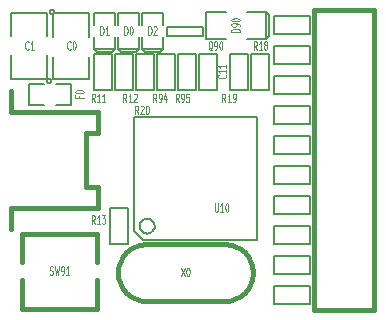
<source format=gto>
G04 (created by PCBNEW-RS274X (2011-12-28 BZR 3254)-stable) date 17/03/2012 11:59:51*
G01*
G70*
G90*
%MOIN*%
G04 Gerber Fmt 3.4, Leading zero omitted, Abs format*
%FSLAX34Y34*%
G04 APERTURE LIST*
%ADD10C,0.006000*%
%ADD11C,0.015000*%
%ADD12C,0.005000*%
%ADD13C,0.004500*%
G04 APERTURE END LIST*
G54D10*
G54D11*
X43000Y-54700D02*
X45600Y-54700D01*
X45600Y-52800D02*
X43000Y-52800D01*
X45600Y-54700D02*
X45682Y-54696D01*
X45764Y-54685D01*
X45845Y-54667D01*
X45924Y-54642D01*
X46001Y-54610D01*
X46075Y-54572D01*
X46144Y-54528D01*
X46210Y-54477D01*
X46271Y-54421D01*
X46327Y-54360D01*
X46378Y-54294D01*
X46422Y-54224D01*
X46460Y-54151D01*
X46492Y-54074D01*
X46517Y-53995D01*
X46535Y-53914D01*
X46546Y-53832D01*
X46550Y-53750D01*
X46550Y-53750D02*
X46546Y-53668D01*
X46535Y-53586D01*
X46517Y-53505D01*
X46492Y-53426D01*
X46460Y-53349D01*
X46422Y-53276D01*
X46378Y-53206D01*
X46327Y-53140D01*
X46271Y-53079D01*
X46210Y-53023D01*
X46144Y-52972D01*
X46075Y-52928D01*
X46001Y-52890D01*
X45924Y-52858D01*
X45845Y-52833D01*
X45764Y-52815D01*
X45682Y-52804D01*
X45600Y-52800D01*
X43000Y-52800D02*
X42918Y-52804D01*
X42836Y-52815D01*
X42755Y-52833D01*
X42676Y-52858D01*
X42599Y-52890D01*
X42526Y-52928D01*
X42456Y-52972D01*
X42390Y-53023D01*
X42329Y-53079D01*
X42273Y-53140D01*
X42222Y-53206D01*
X42178Y-53276D01*
X42140Y-53349D01*
X42108Y-53426D01*
X42083Y-53505D01*
X42065Y-53586D01*
X42054Y-53668D01*
X42050Y-53750D01*
X42050Y-53750D02*
X42054Y-53832D01*
X42065Y-53914D01*
X42083Y-53995D01*
X42108Y-54074D01*
X42140Y-54151D01*
X42178Y-54224D01*
X42222Y-54294D01*
X42273Y-54360D01*
X42329Y-54421D01*
X42390Y-54477D01*
X42456Y-54528D01*
X42526Y-54572D01*
X42599Y-54610D01*
X42676Y-54642D01*
X42755Y-54667D01*
X42836Y-54685D01*
X42918Y-54696D01*
X43000Y-54700D01*
X41350Y-53400D02*
X41350Y-52450D01*
X41350Y-52450D02*
X38850Y-52450D01*
X38850Y-52450D02*
X38850Y-53400D01*
X41350Y-54950D02*
X38850Y-54950D01*
X38850Y-54950D02*
X38850Y-54000D01*
X41350Y-54000D02*
X41350Y-54950D01*
X48600Y-55000D02*
X48600Y-45000D01*
X50600Y-45000D02*
X50600Y-55000D01*
X48600Y-55000D02*
X50600Y-55000D01*
X50600Y-45000D02*
X48600Y-45000D01*
G54D12*
X47000Y-45050D02*
X47100Y-45150D01*
X47100Y-45150D02*
X47100Y-45850D01*
X47100Y-45850D02*
X47000Y-45950D01*
X45000Y-45050D02*
X45000Y-45950D01*
X45000Y-45950D02*
X45650Y-45950D01*
X46350Y-45050D02*
X47000Y-45050D01*
X47000Y-45050D02*
X47000Y-45950D01*
X47000Y-45950D02*
X46350Y-45950D01*
X45650Y-45050D02*
X45000Y-45050D01*
X44650Y-46450D02*
X44650Y-47650D01*
X44650Y-47650D02*
X44050Y-47650D01*
X44050Y-47650D02*
X44050Y-46450D01*
X44050Y-46450D02*
X44650Y-46450D01*
X42650Y-47650D02*
X42650Y-46450D01*
X42650Y-46450D02*
X43250Y-46450D01*
X43250Y-46450D02*
X43250Y-47650D01*
X43250Y-47650D02*
X42650Y-47650D01*
X43350Y-47650D02*
X43350Y-46450D01*
X43350Y-46450D02*
X43950Y-46450D01*
X43950Y-46450D02*
X43950Y-47650D01*
X43950Y-47650D02*
X43350Y-47650D01*
X44900Y-45850D02*
X43700Y-45850D01*
X43700Y-45850D02*
X43700Y-45550D01*
X43700Y-45550D02*
X44900Y-45550D01*
X44900Y-45550D02*
X44900Y-45850D01*
X42850Y-46300D02*
X42950Y-46400D01*
X42950Y-46400D02*
X43450Y-46400D01*
X43450Y-46400D02*
X43550Y-46300D01*
X42850Y-45900D02*
X42850Y-46300D01*
X42850Y-46300D02*
X43550Y-46300D01*
X43550Y-46300D02*
X43550Y-45900D01*
X42850Y-45500D02*
X42850Y-45100D01*
X42850Y-45100D02*
X43550Y-45100D01*
X43550Y-45100D02*
X43550Y-45500D01*
X48450Y-50800D02*
X47250Y-50800D01*
X47250Y-50800D02*
X47250Y-50200D01*
X47250Y-50200D02*
X48450Y-50200D01*
X48450Y-50200D02*
X48450Y-50800D01*
X48450Y-54800D02*
X47250Y-54800D01*
X47250Y-54800D02*
X47250Y-54200D01*
X47250Y-54200D02*
X48450Y-54200D01*
X48450Y-54200D02*
X48450Y-54800D01*
X41250Y-47650D02*
X41250Y-46450D01*
X41250Y-46450D02*
X41850Y-46450D01*
X41850Y-46450D02*
X41850Y-47650D01*
X41850Y-47650D02*
X41250Y-47650D01*
X41950Y-47650D02*
X41950Y-46450D01*
X41950Y-46450D02*
X42550Y-46450D01*
X42550Y-46450D02*
X42550Y-47650D01*
X42550Y-47650D02*
X41950Y-47650D01*
X40000Y-48150D02*
X40500Y-48150D01*
X40500Y-48150D02*
X40500Y-47450D01*
X40500Y-47450D02*
X40000Y-47450D01*
X39600Y-48150D02*
X39100Y-48150D01*
X39100Y-48150D02*
X39100Y-47450D01*
X39100Y-47450D02*
X39600Y-47450D01*
X48450Y-52800D02*
X47250Y-52800D01*
X47250Y-52800D02*
X47250Y-52200D01*
X47250Y-52200D02*
X48450Y-52200D01*
X48450Y-52200D02*
X48450Y-52800D01*
X48450Y-51800D02*
X47250Y-51800D01*
X47250Y-51800D02*
X47250Y-51200D01*
X47250Y-51200D02*
X48450Y-51200D01*
X48450Y-51200D02*
X48450Y-51800D01*
X48450Y-49800D02*
X47250Y-49800D01*
X47250Y-49800D02*
X47250Y-49200D01*
X47250Y-49200D02*
X48450Y-49200D01*
X48450Y-49200D02*
X48450Y-49800D01*
X48450Y-48800D02*
X47250Y-48800D01*
X47250Y-48800D02*
X47250Y-48200D01*
X47250Y-48200D02*
X48450Y-48200D01*
X48450Y-48200D02*
X48450Y-48800D01*
X48450Y-47800D02*
X47250Y-47800D01*
X47250Y-47800D02*
X47250Y-47200D01*
X47250Y-47200D02*
X48450Y-47200D01*
X48450Y-47200D02*
X48450Y-47800D01*
X48450Y-46800D02*
X47250Y-46800D01*
X47250Y-46800D02*
X47250Y-46200D01*
X47250Y-46200D02*
X48450Y-46200D01*
X48450Y-46200D02*
X48450Y-46800D01*
X48450Y-53800D02*
X47250Y-53800D01*
X47250Y-53800D02*
X47250Y-53200D01*
X47250Y-53200D02*
X48450Y-53200D01*
X48450Y-53200D02*
X48450Y-53800D01*
X48450Y-45800D02*
X47250Y-45800D01*
X47250Y-45800D02*
X47250Y-45200D01*
X47250Y-45200D02*
X48450Y-45200D01*
X48450Y-45200D02*
X48450Y-45800D01*
X39820Y-47350D02*
X39818Y-47363D01*
X39814Y-47376D01*
X39808Y-47388D01*
X39799Y-47399D01*
X39789Y-47408D01*
X39777Y-47414D01*
X39764Y-47418D01*
X39750Y-47419D01*
X39737Y-47418D01*
X39724Y-47414D01*
X39712Y-47408D01*
X39702Y-47400D01*
X39693Y-47389D01*
X39686Y-47377D01*
X39682Y-47364D01*
X39681Y-47350D01*
X39682Y-47338D01*
X39685Y-47325D01*
X39692Y-47313D01*
X39700Y-47302D01*
X39711Y-47293D01*
X39722Y-47286D01*
X39735Y-47282D01*
X39749Y-47281D01*
X39762Y-47282D01*
X39775Y-47285D01*
X39787Y-47291D01*
X39798Y-47300D01*
X39807Y-47310D01*
X39813Y-47322D01*
X39818Y-47335D01*
X39819Y-47349D01*
X39820Y-47350D01*
X39700Y-45850D02*
X39700Y-45100D01*
X39700Y-45100D02*
X38500Y-45100D01*
X38500Y-45100D02*
X38500Y-45850D01*
X38500Y-46500D02*
X38500Y-47300D01*
X38500Y-47300D02*
X39700Y-47300D01*
X39700Y-47300D02*
X39700Y-46500D01*
X39920Y-45050D02*
X39918Y-45063D01*
X39914Y-45076D01*
X39908Y-45088D01*
X39899Y-45099D01*
X39889Y-45108D01*
X39877Y-45114D01*
X39864Y-45118D01*
X39850Y-45119D01*
X39837Y-45118D01*
X39824Y-45114D01*
X39812Y-45108D01*
X39802Y-45100D01*
X39793Y-45089D01*
X39786Y-45077D01*
X39782Y-45064D01*
X39781Y-45050D01*
X39782Y-45038D01*
X39785Y-45025D01*
X39792Y-45013D01*
X39800Y-45002D01*
X39811Y-44993D01*
X39822Y-44986D01*
X39835Y-44982D01*
X39849Y-44981D01*
X39862Y-44982D01*
X39875Y-44985D01*
X39887Y-44991D01*
X39898Y-45000D01*
X39907Y-45010D01*
X39913Y-45022D01*
X39918Y-45035D01*
X39919Y-45049D01*
X39920Y-45050D01*
X39900Y-46550D02*
X39900Y-47300D01*
X39900Y-47300D02*
X41100Y-47300D01*
X41100Y-47300D02*
X41100Y-46550D01*
X41100Y-45900D02*
X41100Y-45100D01*
X41100Y-45100D02*
X39900Y-45100D01*
X39900Y-45100D02*
X39900Y-45900D01*
X45350Y-46450D02*
X45350Y-47650D01*
X45350Y-47650D02*
X44750Y-47650D01*
X44750Y-47650D02*
X44750Y-46450D01*
X44750Y-46450D02*
X45350Y-46450D01*
X41250Y-46300D02*
X41350Y-46400D01*
X41350Y-46400D02*
X41850Y-46400D01*
X41850Y-46400D02*
X41950Y-46300D01*
X41250Y-45900D02*
X41250Y-46300D01*
X41250Y-46300D02*
X41950Y-46300D01*
X41950Y-46300D02*
X41950Y-45900D01*
X41250Y-45500D02*
X41250Y-45100D01*
X41250Y-45100D02*
X41950Y-45100D01*
X41950Y-45100D02*
X41950Y-45500D01*
X42050Y-46300D02*
X42150Y-46400D01*
X42150Y-46400D02*
X42650Y-46400D01*
X42650Y-46400D02*
X42750Y-46300D01*
X42050Y-45900D02*
X42050Y-46300D01*
X42050Y-46300D02*
X42750Y-46300D01*
X42750Y-46300D02*
X42750Y-45900D01*
X42050Y-45500D02*
X42050Y-45100D01*
X42050Y-45100D02*
X42750Y-45100D01*
X42750Y-45100D02*
X42750Y-45500D01*
X42400Y-51600D02*
X42400Y-52800D01*
X42400Y-52800D02*
X41800Y-52800D01*
X41800Y-52800D02*
X41800Y-51600D01*
X41800Y-51600D02*
X42400Y-51600D01*
X42575Y-48550D02*
X46675Y-48550D01*
X46675Y-48550D02*
X46675Y-52650D01*
X46675Y-52650D02*
X42875Y-52650D01*
X42875Y-52650D02*
X42575Y-52350D01*
X42575Y-52350D02*
X42575Y-48550D01*
X43275Y-52200D02*
X43270Y-52248D01*
X43256Y-52295D01*
X43233Y-52338D01*
X43202Y-52376D01*
X43164Y-52407D01*
X43121Y-52430D01*
X43075Y-52444D01*
X43026Y-52449D01*
X42979Y-52445D01*
X42932Y-52431D01*
X42889Y-52409D01*
X42851Y-52378D01*
X42819Y-52341D01*
X42796Y-52298D01*
X42781Y-52251D01*
X42776Y-52203D01*
X42780Y-52155D01*
X42793Y-52108D01*
X42815Y-52065D01*
X42846Y-52027D01*
X42883Y-51995D01*
X42925Y-51971D01*
X42972Y-51956D01*
X43020Y-51951D01*
X43068Y-51954D01*
X43115Y-51967D01*
X43158Y-51989D01*
X43197Y-52019D01*
X43229Y-52056D01*
X43253Y-52099D01*
X43268Y-52145D01*
X43274Y-52194D01*
X43275Y-52200D01*
X45800Y-47650D02*
X45800Y-46450D01*
X45800Y-46450D02*
X46400Y-46450D01*
X46400Y-46450D02*
X46400Y-47650D01*
X46400Y-47650D02*
X45800Y-47650D01*
X47100Y-46450D02*
X47100Y-47650D01*
X47100Y-47650D02*
X46500Y-47650D01*
X46500Y-47650D02*
X46500Y-46450D01*
X46500Y-46450D02*
X47100Y-46450D01*
G54D11*
X41400Y-49100D02*
X41000Y-49100D01*
X38500Y-48400D02*
X41400Y-48400D01*
X41400Y-51600D02*
X38500Y-51600D01*
X38500Y-51600D02*
X38500Y-52300D01*
X38500Y-48400D02*
X38500Y-47700D01*
X41400Y-48400D02*
X41400Y-49100D01*
X41000Y-49100D02*
X41000Y-50900D01*
X41000Y-50900D02*
X41400Y-50900D01*
X41400Y-50900D02*
X41400Y-51600D01*
G54D13*
X44155Y-53583D02*
X44275Y-53863D01*
X44275Y-53583D02*
X44155Y-53863D01*
X44377Y-53583D02*
X44394Y-53583D01*
X44411Y-53597D01*
X44420Y-53610D01*
X44429Y-53637D01*
X44437Y-53690D01*
X44437Y-53757D01*
X44429Y-53810D01*
X44420Y-53837D01*
X44411Y-53850D01*
X44394Y-53863D01*
X44377Y-53863D01*
X44360Y-53850D01*
X44351Y-53837D01*
X44343Y-53810D01*
X44334Y-53757D01*
X44334Y-53690D01*
X44343Y-53637D01*
X44351Y-53610D01*
X44360Y-53597D01*
X44377Y-53583D01*
X39775Y-53800D02*
X39801Y-53813D01*
X39844Y-53813D01*
X39861Y-53800D01*
X39870Y-53787D01*
X39878Y-53760D01*
X39878Y-53733D01*
X39870Y-53707D01*
X39861Y-53693D01*
X39844Y-53680D01*
X39810Y-53667D01*
X39792Y-53653D01*
X39784Y-53640D01*
X39775Y-53613D01*
X39775Y-53587D01*
X39784Y-53560D01*
X39792Y-53547D01*
X39810Y-53533D01*
X39852Y-53533D01*
X39878Y-53547D01*
X39938Y-53533D02*
X39981Y-53813D01*
X40015Y-53613D01*
X40049Y-53813D01*
X40092Y-53533D01*
X40169Y-53813D02*
X40204Y-53813D01*
X40221Y-53800D01*
X40229Y-53787D01*
X40247Y-53747D01*
X40255Y-53693D01*
X40255Y-53587D01*
X40247Y-53560D01*
X40238Y-53547D01*
X40221Y-53533D01*
X40187Y-53533D01*
X40169Y-53547D01*
X40161Y-53560D01*
X40152Y-53587D01*
X40152Y-53653D01*
X40161Y-53680D01*
X40169Y-53693D01*
X40187Y-53707D01*
X40221Y-53707D01*
X40238Y-53693D01*
X40247Y-53680D01*
X40255Y-53653D01*
X40426Y-53813D02*
X40323Y-53813D01*
X40375Y-53813D02*
X40375Y-53533D01*
X40358Y-53573D01*
X40340Y-53600D01*
X40323Y-53613D01*
X46113Y-45718D02*
X45833Y-45718D01*
X45833Y-45675D01*
X45847Y-45650D01*
X45873Y-45632D01*
X45900Y-45624D01*
X45953Y-45615D01*
X45993Y-45615D01*
X46047Y-45624D01*
X46073Y-45632D01*
X46100Y-45650D01*
X46113Y-45675D01*
X46113Y-45718D01*
X46113Y-45530D02*
X46113Y-45495D01*
X46100Y-45478D01*
X46087Y-45470D01*
X46047Y-45452D01*
X45993Y-45444D01*
X45887Y-45444D01*
X45860Y-45452D01*
X45847Y-45461D01*
X45833Y-45478D01*
X45833Y-45512D01*
X45847Y-45530D01*
X45860Y-45538D01*
X45887Y-45547D01*
X45953Y-45547D01*
X45980Y-45538D01*
X45993Y-45530D01*
X46007Y-45512D01*
X46007Y-45478D01*
X45993Y-45461D01*
X45980Y-45452D01*
X45953Y-45444D01*
X45833Y-45333D02*
X45833Y-45316D01*
X45847Y-45299D01*
X45860Y-45290D01*
X45887Y-45281D01*
X45940Y-45273D01*
X46007Y-45273D01*
X46060Y-45281D01*
X46087Y-45290D01*
X46100Y-45299D01*
X46113Y-45316D01*
X46113Y-45333D01*
X46100Y-45350D01*
X46087Y-45359D01*
X46060Y-45367D01*
X46007Y-45376D01*
X45940Y-45376D01*
X45887Y-45367D01*
X45860Y-45359D01*
X45847Y-45350D01*
X45833Y-45333D01*
X44085Y-48063D02*
X44025Y-47930D01*
X43982Y-48063D02*
X43982Y-47783D01*
X44050Y-47783D01*
X44068Y-47797D01*
X44076Y-47810D01*
X44085Y-47837D01*
X44085Y-47877D01*
X44076Y-47903D01*
X44068Y-47917D01*
X44050Y-47930D01*
X43982Y-47930D01*
X44170Y-48063D02*
X44205Y-48063D01*
X44222Y-48050D01*
X44230Y-48037D01*
X44248Y-47997D01*
X44256Y-47943D01*
X44256Y-47837D01*
X44248Y-47810D01*
X44239Y-47797D01*
X44222Y-47783D01*
X44188Y-47783D01*
X44170Y-47797D01*
X44162Y-47810D01*
X44153Y-47837D01*
X44153Y-47903D01*
X44162Y-47930D01*
X44170Y-47943D01*
X44188Y-47957D01*
X44222Y-47957D01*
X44239Y-47943D01*
X44248Y-47930D01*
X44256Y-47903D01*
X44419Y-47783D02*
X44333Y-47783D01*
X44324Y-47917D01*
X44333Y-47903D01*
X44350Y-47890D01*
X44393Y-47890D01*
X44410Y-47903D01*
X44419Y-47917D01*
X44427Y-47943D01*
X44427Y-48010D01*
X44419Y-48037D01*
X44410Y-48050D01*
X44393Y-48063D01*
X44350Y-48063D01*
X44333Y-48050D01*
X44324Y-48037D01*
X42735Y-48463D02*
X42675Y-48330D01*
X42632Y-48463D02*
X42632Y-48183D01*
X42700Y-48183D01*
X42718Y-48197D01*
X42726Y-48210D01*
X42735Y-48237D01*
X42735Y-48277D01*
X42726Y-48303D01*
X42718Y-48317D01*
X42700Y-48330D01*
X42632Y-48330D01*
X42803Y-48210D02*
X42812Y-48197D01*
X42829Y-48183D01*
X42872Y-48183D01*
X42889Y-48197D01*
X42898Y-48210D01*
X42906Y-48237D01*
X42906Y-48263D01*
X42898Y-48303D01*
X42795Y-48463D01*
X42906Y-48463D01*
X43017Y-48183D02*
X43034Y-48183D01*
X43051Y-48197D01*
X43060Y-48210D01*
X43069Y-48237D01*
X43077Y-48290D01*
X43077Y-48357D01*
X43069Y-48410D01*
X43060Y-48437D01*
X43051Y-48450D01*
X43034Y-48463D01*
X43017Y-48463D01*
X43000Y-48450D01*
X42991Y-48437D01*
X42983Y-48410D01*
X42974Y-48357D01*
X42974Y-48290D01*
X42983Y-48237D01*
X42991Y-48210D01*
X43000Y-48197D01*
X43017Y-48183D01*
X43335Y-48063D02*
X43275Y-47930D01*
X43232Y-48063D02*
X43232Y-47783D01*
X43300Y-47783D01*
X43318Y-47797D01*
X43326Y-47810D01*
X43335Y-47837D01*
X43335Y-47877D01*
X43326Y-47903D01*
X43318Y-47917D01*
X43300Y-47930D01*
X43232Y-47930D01*
X43420Y-48063D02*
X43455Y-48063D01*
X43472Y-48050D01*
X43480Y-48037D01*
X43498Y-47997D01*
X43506Y-47943D01*
X43506Y-47837D01*
X43498Y-47810D01*
X43489Y-47797D01*
X43472Y-47783D01*
X43438Y-47783D01*
X43420Y-47797D01*
X43412Y-47810D01*
X43403Y-47837D01*
X43403Y-47903D01*
X43412Y-47930D01*
X43420Y-47943D01*
X43438Y-47957D01*
X43472Y-47957D01*
X43489Y-47943D01*
X43498Y-47930D01*
X43506Y-47903D01*
X43660Y-47877D02*
X43660Y-48063D01*
X43617Y-47770D02*
X43574Y-47970D01*
X43686Y-47970D01*
X45198Y-46340D02*
X45181Y-46327D01*
X45164Y-46300D01*
X45138Y-46260D01*
X45121Y-46247D01*
X45104Y-46247D01*
X45112Y-46313D02*
X45095Y-46300D01*
X45078Y-46273D01*
X45069Y-46220D01*
X45069Y-46127D01*
X45078Y-46073D01*
X45095Y-46047D01*
X45112Y-46033D01*
X45146Y-46033D01*
X45164Y-46047D01*
X45181Y-46073D01*
X45189Y-46127D01*
X45189Y-46220D01*
X45181Y-46273D01*
X45164Y-46300D01*
X45146Y-46313D01*
X45112Y-46313D01*
X45275Y-46313D02*
X45310Y-46313D01*
X45327Y-46300D01*
X45335Y-46287D01*
X45353Y-46247D01*
X45361Y-46193D01*
X45361Y-46087D01*
X45353Y-46060D01*
X45344Y-46047D01*
X45327Y-46033D01*
X45293Y-46033D01*
X45275Y-46047D01*
X45267Y-46060D01*
X45258Y-46087D01*
X45258Y-46153D01*
X45267Y-46180D01*
X45275Y-46193D01*
X45293Y-46207D01*
X45327Y-46207D01*
X45344Y-46193D01*
X45353Y-46180D01*
X45361Y-46153D01*
X45472Y-46033D02*
X45489Y-46033D01*
X45506Y-46047D01*
X45515Y-46060D01*
X45524Y-46087D01*
X45532Y-46140D01*
X45532Y-46207D01*
X45524Y-46260D01*
X45515Y-46287D01*
X45506Y-46300D01*
X45489Y-46313D01*
X45472Y-46313D01*
X45455Y-46300D01*
X45446Y-46287D01*
X45438Y-46260D01*
X45429Y-46207D01*
X45429Y-46140D01*
X45438Y-46087D01*
X45446Y-46060D01*
X45455Y-46047D01*
X45472Y-46033D01*
X43068Y-45813D02*
X43068Y-45533D01*
X43111Y-45533D01*
X43136Y-45547D01*
X43154Y-45573D01*
X43162Y-45600D01*
X43171Y-45653D01*
X43171Y-45693D01*
X43162Y-45747D01*
X43154Y-45773D01*
X43136Y-45800D01*
X43111Y-45813D01*
X43068Y-45813D01*
X43239Y-45560D02*
X43248Y-45547D01*
X43265Y-45533D01*
X43308Y-45533D01*
X43325Y-45547D01*
X43334Y-45560D01*
X43342Y-45587D01*
X43342Y-45613D01*
X43334Y-45653D01*
X43231Y-45813D01*
X43342Y-45813D01*
X41285Y-48063D02*
X41225Y-47930D01*
X41182Y-48063D02*
X41182Y-47783D01*
X41250Y-47783D01*
X41268Y-47797D01*
X41276Y-47810D01*
X41285Y-47837D01*
X41285Y-47877D01*
X41276Y-47903D01*
X41268Y-47917D01*
X41250Y-47930D01*
X41182Y-47930D01*
X41456Y-48063D02*
X41353Y-48063D01*
X41405Y-48063D02*
X41405Y-47783D01*
X41388Y-47823D01*
X41370Y-47850D01*
X41353Y-47863D01*
X41627Y-48063D02*
X41524Y-48063D01*
X41576Y-48063D02*
X41576Y-47783D01*
X41559Y-47823D01*
X41541Y-47850D01*
X41524Y-47863D01*
X42335Y-48063D02*
X42275Y-47930D01*
X42232Y-48063D02*
X42232Y-47783D01*
X42300Y-47783D01*
X42318Y-47797D01*
X42326Y-47810D01*
X42335Y-47837D01*
X42335Y-47877D01*
X42326Y-47903D01*
X42318Y-47917D01*
X42300Y-47930D01*
X42232Y-47930D01*
X42506Y-48063D02*
X42403Y-48063D01*
X42455Y-48063D02*
X42455Y-47783D01*
X42438Y-47823D01*
X42420Y-47850D01*
X42403Y-47863D01*
X42574Y-47810D02*
X42583Y-47797D01*
X42600Y-47783D01*
X42643Y-47783D01*
X42660Y-47797D01*
X42669Y-47810D01*
X42677Y-47837D01*
X42677Y-47863D01*
X42669Y-47903D01*
X42566Y-48063D01*
X42677Y-48063D01*
X40767Y-47859D02*
X40767Y-47919D01*
X40913Y-47919D02*
X40633Y-47919D01*
X40633Y-47833D01*
X40633Y-47731D02*
X40633Y-47714D01*
X40647Y-47697D01*
X40660Y-47688D01*
X40687Y-47679D01*
X40740Y-47671D01*
X40807Y-47671D01*
X40860Y-47679D01*
X40887Y-47688D01*
X40900Y-47697D01*
X40913Y-47714D01*
X40913Y-47731D01*
X40900Y-47748D01*
X40887Y-47757D01*
X40860Y-47765D01*
X40807Y-47774D01*
X40740Y-47774D01*
X40687Y-47765D01*
X40660Y-47757D01*
X40647Y-47748D01*
X40633Y-47731D01*
X39071Y-46287D02*
X39062Y-46300D01*
X39036Y-46313D01*
X39019Y-46313D01*
X38994Y-46300D01*
X38976Y-46273D01*
X38968Y-46247D01*
X38959Y-46193D01*
X38959Y-46153D01*
X38968Y-46100D01*
X38976Y-46073D01*
X38994Y-46047D01*
X39019Y-46033D01*
X39036Y-46033D01*
X39062Y-46047D01*
X39071Y-46060D01*
X39242Y-46313D02*
X39139Y-46313D01*
X39191Y-46313D02*
X39191Y-46033D01*
X39174Y-46073D01*
X39156Y-46100D01*
X39139Y-46113D01*
X40471Y-46287D02*
X40462Y-46300D01*
X40436Y-46313D01*
X40419Y-46313D01*
X40394Y-46300D01*
X40376Y-46273D01*
X40368Y-46247D01*
X40359Y-46193D01*
X40359Y-46153D01*
X40368Y-46100D01*
X40376Y-46073D01*
X40394Y-46047D01*
X40419Y-46033D01*
X40436Y-46033D01*
X40462Y-46047D01*
X40471Y-46060D01*
X40582Y-46033D02*
X40599Y-46033D01*
X40616Y-46047D01*
X40625Y-46060D01*
X40634Y-46087D01*
X40642Y-46140D01*
X40642Y-46207D01*
X40634Y-46260D01*
X40625Y-46287D01*
X40616Y-46300D01*
X40599Y-46313D01*
X40582Y-46313D01*
X40565Y-46300D01*
X40556Y-46287D01*
X40548Y-46260D01*
X40539Y-46207D01*
X40539Y-46140D01*
X40548Y-46087D01*
X40556Y-46060D01*
X40565Y-46047D01*
X40582Y-46033D01*
X45637Y-47165D02*
X45650Y-47174D01*
X45663Y-47200D01*
X45663Y-47217D01*
X45650Y-47242D01*
X45623Y-47260D01*
X45597Y-47268D01*
X45543Y-47277D01*
X45503Y-47277D01*
X45450Y-47268D01*
X45423Y-47260D01*
X45397Y-47242D01*
X45383Y-47217D01*
X45383Y-47200D01*
X45397Y-47174D01*
X45410Y-47165D01*
X45663Y-46994D02*
X45663Y-47097D01*
X45663Y-47045D02*
X45383Y-47045D01*
X45423Y-47062D01*
X45450Y-47080D01*
X45463Y-47097D01*
X45663Y-46823D02*
X45663Y-46926D01*
X45663Y-46874D02*
X45383Y-46874D01*
X45423Y-46891D01*
X45450Y-46909D01*
X45463Y-46926D01*
X41468Y-45813D02*
X41468Y-45533D01*
X41511Y-45533D01*
X41536Y-45547D01*
X41554Y-45573D01*
X41562Y-45600D01*
X41571Y-45653D01*
X41571Y-45693D01*
X41562Y-45747D01*
X41554Y-45773D01*
X41536Y-45800D01*
X41511Y-45813D01*
X41468Y-45813D01*
X41742Y-45813D02*
X41639Y-45813D01*
X41691Y-45813D02*
X41691Y-45533D01*
X41674Y-45573D01*
X41656Y-45600D01*
X41639Y-45613D01*
X42268Y-45813D02*
X42268Y-45533D01*
X42311Y-45533D01*
X42336Y-45547D01*
X42354Y-45573D01*
X42362Y-45600D01*
X42371Y-45653D01*
X42371Y-45693D01*
X42362Y-45747D01*
X42354Y-45773D01*
X42336Y-45800D01*
X42311Y-45813D01*
X42268Y-45813D01*
X42482Y-45533D02*
X42499Y-45533D01*
X42516Y-45547D01*
X42525Y-45560D01*
X42534Y-45587D01*
X42542Y-45640D01*
X42542Y-45707D01*
X42534Y-45760D01*
X42525Y-45787D01*
X42516Y-45800D01*
X42499Y-45813D01*
X42482Y-45813D01*
X42465Y-45800D01*
X42456Y-45787D01*
X42448Y-45760D01*
X42439Y-45707D01*
X42439Y-45640D01*
X42448Y-45587D01*
X42456Y-45560D01*
X42465Y-45547D01*
X42482Y-45533D01*
X41285Y-52113D02*
X41225Y-51980D01*
X41182Y-52113D02*
X41182Y-51833D01*
X41250Y-51833D01*
X41268Y-51847D01*
X41276Y-51860D01*
X41285Y-51887D01*
X41285Y-51927D01*
X41276Y-51953D01*
X41268Y-51967D01*
X41250Y-51980D01*
X41182Y-51980D01*
X41456Y-52113D02*
X41353Y-52113D01*
X41405Y-52113D02*
X41405Y-51833D01*
X41388Y-51873D01*
X41370Y-51900D01*
X41353Y-51913D01*
X41516Y-51833D02*
X41627Y-51833D01*
X41567Y-51940D01*
X41593Y-51940D01*
X41610Y-51953D01*
X41619Y-51967D01*
X41627Y-51993D01*
X41627Y-52060D01*
X41619Y-52087D01*
X41610Y-52100D01*
X41593Y-52113D01*
X41541Y-52113D01*
X41524Y-52100D01*
X41516Y-52087D01*
X45278Y-51433D02*
X45278Y-51660D01*
X45286Y-51687D01*
X45295Y-51700D01*
X45312Y-51713D01*
X45346Y-51713D01*
X45364Y-51700D01*
X45372Y-51687D01*
X45381Y-51660D01*
X45381Y-51433D01*
X45561Y-51713D02*
X45458Y-51713D01*
X45510Y-51713D02*
X45510Y-51433D01*
X45493Y-51473D01*
X45475Y-51500D01*
X45458Y-51513D01*
X45672Y-51433D02*
X45689Y-51433D01*
X45706Y-51447D01*
X45715Y-51460D01*
X45724Y-51487D01*
X45732Y-51540D01*
X45732Y-51607D01*
X45724Y-51660D01*
X45715Y-51687D01*
X45706Y-51700D01*
X45689Y-51713D01*
X45672Y-51713D01*
X45655Y-51700D01*
X45646Y-51687D01*
X45638Y-51660D01*
X45629Y-51607D01*
X45629Y-51540D01*
X45638Y-51487D01*
X45646Y-51460D01*
X45655Y-51447D01*
X45672Y-51433D01*
X45635Y-48063D02*
X45575Y-47930D01*
X45532Y-48063D02*
X45532Y-47783D01*
X45600Y-47783D01*
X45618Y-47797D01*
X45626Y-47810D01*
X45635Y-47837D01*
X45635Y-47877D01*
X45626Y-47903D01*
X45618Y-47917D01*
X45600Y-47930D01*
X45532Y-47930D01*
X45806Y-48063D02*
X45703Y-48063D01*
X45755Y-48063D02*
X45755Y-47783D01*
X45738Y-47823D01*
X45720Y-47850D01*
X45703Y-47863D01*
X45891Y-48063D02*
X45926Y-48063D01*
X45943Y-48050D01*
X45951Y-48037D01*
X45969Y-47997D01*
X45977Y-47943D01*
X45977Y-47837D01*
X45969Y-47810D01*
X45960Y-47797D01*
X45943Y-47783D01*
X45909Y-47783D01*
X45891Y-47797D01*
X45883Y-47810D01*
X45874Y-47837D01*
X45874Y-47903D01*
X45883Y-47930D01*
X45891Y-47943D01*
X45909Y-47957D01*
X45943Y-47957D01*
X45960Y-47943D01*
X45969Y-47930D01*
X45977Y-47903D01*
X46685Y-46313D02*
X46625Y-46180D01*
X46582Y-46313D02*
X46582Y-46033D01*
X46650Y-46033D01*
X46668Y-46047D01*
X46676Y-46060D01*
X46685Y-46087D01*
X46685Y-46127D01*
X46676Y-46153D01*
X46668Y-46167D01*
X46650Y-46180D01*
X46582Y-46180D01*
X46856Y-46313D02*
X46753Y-46313D01*
X46805Y-46313D02*
X46805Y-46033D01*
X46788Y-46073D01*
X46770Y-46100D01*
X46753Y-46113D01*
X46959Y-46153D02*
X46941Y-46140D01*
X46933Y-46127D01*
X46924Y-46100D01*
X46924Y-46087D01*
X46933Y-46060D01*
X46941Y-46047D01*
X46959Y-46033D01*
X46993Y-46033D01*
X47010Y-46047D01*
X47019Y-46060D01*
X47027Y-46087D01*
X47027Y-46100D01*
X47019Y-46127D01*
X47010Y-46140D01*
X46993Y-46153D01*
X46959Y-46153D01*
X46941Y-46167D01*
X46933Y-46180D01*
X46924Y-46207D01*
X46924Y-46260D01*
X46933Y-46287D01*
X46941Y-46300D01*
X46959Y-46313D01*
X46993Y-46313D01*
X47010Y-46300D01*
X47019Y-46287D01*
X47027Y-46260D01*
X47027Y-46207D01*
X47019Y-46180D01*
X47010Y-46167D01*
X46993Y-46153D01*
M02*

</source>
